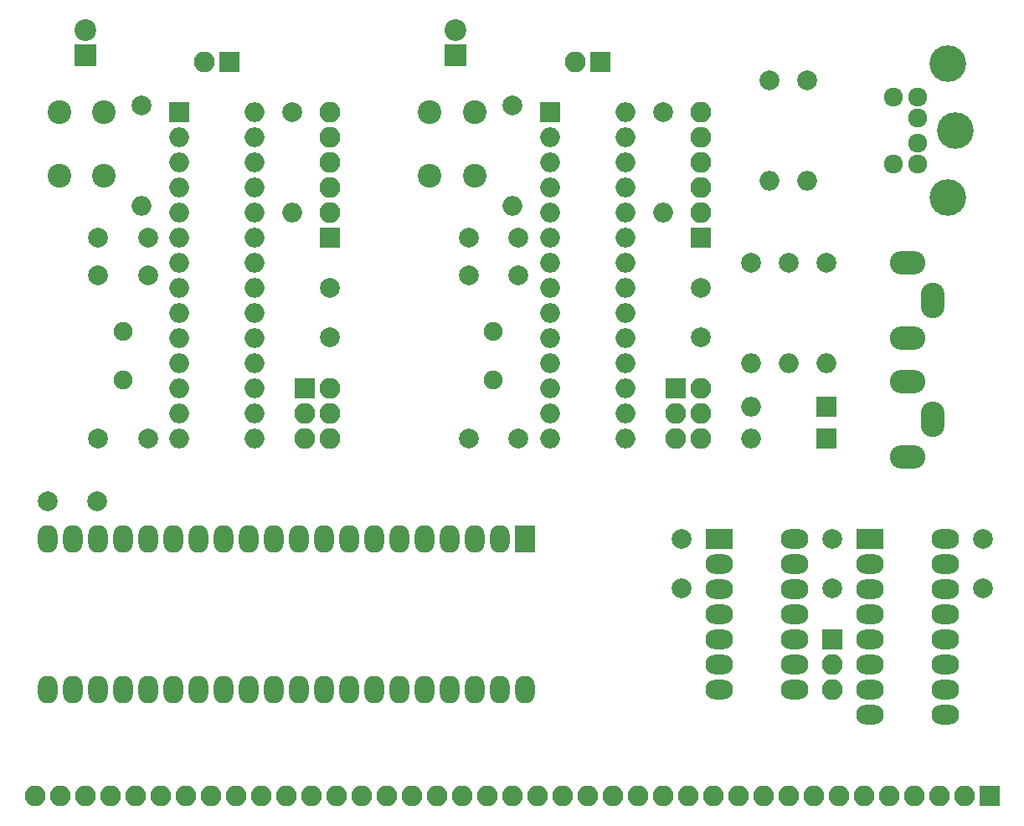
<source format=gbs>
G04 #@! TF.FileFunction,Soldermask,Bot*
%FSLAX46Y46*%
G04 Gerber Fmt 4.6, Leading zero omitted, Abs format (unit mm)*
G04 Created by KiCad (PCBNEW 4.0.7) date 01/22/20 13:23:21*
%MOMM*%
%LPD*%
G01*
G04 APERTURE LIST*
%ADD10C,0.100000*%
%ADD11C,2.000000*%
%ADD12R,2.000000X2.000000*%
%ADD13O,2.000000X2.000000*%
%ADD14R,2.200000X2.200000*%
%ADD15C,2.200000*%
%ADD16R,2.100000X2.100000*%
%ADD17O,2.100000X2.100000*%
%ADD18O,3.597860X2.398980*%
%ADD19O,2.398980X3.597860*%
%ADD20C,3.700000*%
%ADD21C,1.924000*%
%ADD22C,2.400000*%
%ADD23R,2.000000X2.800000*%
%ADD24O,2.000000X2.800000*%
%ADD25R,2.800000X2.000000*%
%ADD26O,2.800000X2.000000*%
%ADD27C,1.900000*%
G04 APERTURE END LIST*
D10*
D11*
X98425000Y-107315000D03*
X103425000Y-107315000D03*
X193040000Y-111125000D03*
X193040000Y-116125000D03*
X177800000Y-111125000D03*
X177800000Y-116125000D03*
X164465000Y-85725000D03*
X164465000Y-90725000D03*
X127000000Y-85725000D03*
X127000000Y-90725000D03*
X146050000Y-84455000D03*
X141050000Y-84455000D03*
X146050000Y-80645000D03*
X141050000Y-80645000D03*
X108585000Y-80645000D03*
X103585000Y-80645000D03*
X162560000Y-111125000D03*
X162560000Y-116125000D03*
X146050000Y-100965000D03*
X141050000Y-100965000D03*
X108585000Y-84455000D03*
X103585000Y-84455000D03*
X108585000Y-100965000D03*
X103585000Y-100965000D03*
D12*
X177165000Y-97790000D03*
D13*
X169545000Y-97790000D03*
D12*
X177165000Y-100965000D03*
D13*
X169545000Y-100965000D03*
D14*
X102235000Y-62230000D03*
D15*
X102235000Y-59690000D03*
D14*
X139700000Y-62230000D03*
D15*
X139700000Y-59690000D03*
D16*
X193675000Y-137160000D03*
D17*
X191135000Y-137160000D03*
X188595000Y-137160000D03*
X186055000Y-137160000D03*
X183515000Y-137160000D03*
X180975000Y-137160000D03*
X178435000Y-137160000D03*
X175895000Y-137160000D03*
X173355000Y-137160000D03*
X170815000Y-137160000D03*
X168275000Y-137160000D03*
X165735000Y-137160000D03*
X163195000Y-137160000D03*
X160655000Y-137160000D03*
X158115000Y-137160000D03*
X155575000Y-137160000D03*
X153035000Y-137160000D03*
X150495000Y-137160000D03*
X147955000Y-137160000D03*
X145415000Y-137160000D03*
X142875000Y-137160000D03*
X140335000Y-137160000D03*
X137795000Y-137160000D03*
X135255000Y-137160000D03*
X132715000Y-137160000D03*
X130175000Y-137160000D03*
X127635000Y-137160000D03*
X125095000Y-137160000D03*
X122555000Y-137160000D03*
X120015000Y-137160000D03*
X117475000Y-137160000D03*
X114935000Y-137160000D03*
X112395000Y-137160000D03*
X109855000Y-137160000D03*
X107315000Y-137160000D03*
X104775000Y-137160000D03*
X102235000Y-137160000D03*
X99695000Y-137160000D03*
X97155000Y-137160000D03*
D16*
X161925000Y-95885000D03*
D17*
X164465000Y-95885000D03*
X161925000Y-98425000D03*
X164465000Y-98425000D03*
X161925000Y-100965000D03*
X164465000Y-100965000D03*
D16*
X124460000Y-95885000D03*
D17*
X127000000Y-95885000D03*
X124460000Y-98425000D03*
X127000000Y-98425000D03*
X124460000Y-100965000D03*
X127000000Y-100965000D03*
D18*
X185420000Y-95250000D03*
D19*
X187960000Y-99060000D03*
D18*
X185420000Y-102870000D03*
X185420000Y-83185000D03*
D19*
X187960000Y-86995000D03*
D18*
X185420000Y-90805000D03*
D20*
X189445000Y-63100000D03*
X189445000Y-76600000D03*
D21*
X186445000Y-73250000D03*
X183945000Y-73250000D03*
X186445000Y-66450000D03*
X183945000Y-66450000D03*
X186445000Y-71150000D03*
X186445000Y-68550000D03*
D20*
X190245000Y-69850000D03*
D16*
X154305000Y-62865000D03*
D17*
X151765000Y-62865000D03*
D16*
X116840000Y-62865000D03*
D17*
X114300000Y-62865000D03*
D11*
X145415000Y-67310000D03*
D13*
X145415000Y-77470000D03*
D11*
X107950000Y-67310000D03*
D13*
X107950000Y-77470000D03*
D11*
X177165000Y-83185000D03*
D13*
X177165000Y-93345000D03*
D11*
X169545000Y-83185000D03*
D13*
X169545000Y-93345000D03*
D11*
X173355000Y-83185000D03*
D13*
X173355000Y-93345000D03*
D11*
X123190000Y-67945000D03*
D13*
X123190000Y-78105000D03*
D11*
X160655000Y-67945000D03*
D13*
X160655000Y-78105000D03*
D11*
X171450000Y-64770000D03*
D13*
X171450000Y-74930000D03*
D11*
X175260000Y-64770000D03*
D13*
X175260000Y-74930000D03*
D22*
X137105000Y-67945000D03*
X141605000Y-67945000D03*
X137105000Y-74445000D03*
X141605000Y-74445000D03*
X99640000Y-67945000D03*
X104140000Y-67945000D03*
X99640000Y-74445000D03*
X104140000Y-74445000D03*
D23*
X146685000Y-111125000D03*
D24*
X98425000Y-126365000D03*
X144145000Y-111125000D03*
X100965000Y-126365000D03*
X141605000Y-111125000D03*
X103505000Y-126365000D03*
X139065000Y-111125000D03*
X106045000Y-126365000D03*
X136525000Y-111125000D03*
X108585000Y-126365000D03*
X133985000Y-111125000D03*
X111125000Y-126365000D03*
X131445000Y-111125000D03*
X113665000Y-126365000D03*
X128905000Y-111125000D03*
X116205000Y-126365000D03*
X126365000Y-111125000D03*
X118745000Y-126365000D03*
X123825000Y-111125000D03*
X121285000Y-126365000D03*
X121285000Y-111125000D03*
X123825000Y-126365000D03*
X118745000Y-111125000D03*
X126365000Y-126365000D03*
X116205000Y-111125000D03*
X128905000Y-126365000D03*
X113665000Y-111125000D03*
X131445000Y-126365000D03*
X111125000Y-111125000D03*
X133985000Y-126365000D03*
X108585000Y-111125000D03*
X136525000Y-126365000D03*
X106045000Y-111125000D03*
X139065000Y-126365000D03*
X103505000Y-111125000D03*
X141605000Y-126365000D03*
X100965000Y-111125000D03*
X144145000Y-126365000D03*
X98425000Y-111125000D03*
X146685000Y-126365000D03*
D25*
X181610000Y-111125000D03*
D26*
X189230000Y-128905000D03*
X181610000Y-113665000D03*
X189230000Y-126365000D03*
X181610000Y-116205000D03*
X189230000Y-123825000D03*
X181610000Y-118745000D03*
X189230000Y-121285000D03*
X181610000Y-121285000D03*
X189230000Y-118745000D03*
X181610000Y-123825000D03*
X189230000Y-116205000D03*
X181610000Y-126365000D03*
X189230000Y-113665000D03*
X181610000Y-128905000D03*
X189230000Y-111125000D03*
D25*
X166370000Y-111125000D03*
D26*
X173990000Y-126365000D03*
X166370000Y-113665000D03*
X173990000Y-123825000D03*
X166370000Y-116205000D03*
X173990000Y-121285000D03*
X166370000Y-118745000D03*
X173990000Y-118745000D03*
X166370000Y-121285000D03*
X173990000Y-116205000D03*
X166370000Y-123825000D03*
X173990000Y-113665000D03*
X166370000Y-126365000D03*
X173990000Y-111125000D03*
D27*
X143510000Y-90170000D03*
X143510000Y-95050000D03*
X106045000Y-90170000D03*
X106045000Y-95050000D03*
D16*
X164465000Y-80645000D03*
D17*
X164465000Y-78105000D03*
X164465000Y-75565000D03*
X164465000Y-73025000D03*
X164465000Y-70485000D03*
X164465000Y-67945000D03*
D16*
X127000000Y-80645000D03*
D17*
X127000000Y-78105000D03*
X127000000Y-75565000D03*
X127000000Y-73025000D03*
X127000000Y-70485000D03*
X127000000Y-67945000D03*
D12*
X149225000Y-67945000D03*
D13*
X156845000Y-100965000D03*
X149225000Y-70485000D03*
X156845000Y-98425000D03*
X149225000Y-73025000D03*
X156845000Y-95885000D03*
X149225000Y-75565000D03*
X156845000Y-93345000D03*
X149225000Y-78105000D03*
X156845000Y-90805000D03*
X149225000Y-80645000D03*
X156845000Y-88265000D03*
X149225000Y-83185000D03*
X156845000Y-85725000D03*
X149225000Y-85725000D03*
X156845000Y-83185000D03*
X149225000Y-88265000D03*
X156845000Y-80645000D03*
X149225000Y-90805000D03*
X156845000Y-78105000D03*
X149225000Y-93345000D03*
X156845000Y-75565000D03*
X149225000Y-95885000D03*
X156845000Y-73025000D03*
X149225000Y-98425000D03*
X156845000Y-70485000D03*
X149225000Y-100965000D03*
X156845000Y-67945000D03*
D12*
X111760000Y-67945000D03*
D13*
X119380000Y-100965000D03*
X111760000Y-70485000D03*
X119380000Y-98425000D03*
X111760000Y-73025000D03*
X119380000Y-95885000D03*
X111760000Y-75565000D03*
X119380000Y-93345000D03*
X111760000Y-78105000D03*
X119380000Y-90805000D03*
X111760000Y-80645000D03*
X119380000Y-88265000D03*
X111760000Y-83185000D03*
X119380000Y-85725000D03*
X111760000Y-85725000D03*
X119380000Y-83185000D03*
X111760000Y-88265000D03*
X119380000Y-80645000D03*
X111760000Y-90805000D03*
X119380000Y-78105000D03*
X111760000Y-93345000D03*
X119380000Y-75565000D03*
X111760000Y-95885000D03*
X119380000Y-73025000D03*
X111760000Y-98425000D03*
X119380000Y-70485000D03*
X111760000Y-100965000D03*
X119380000Y-67945000D03*
D16*
X177800000Y-121285000D03*
D17*
X177800000Y-123825000D03*
X177800000Y-126365000D03*
M02*

</source>
